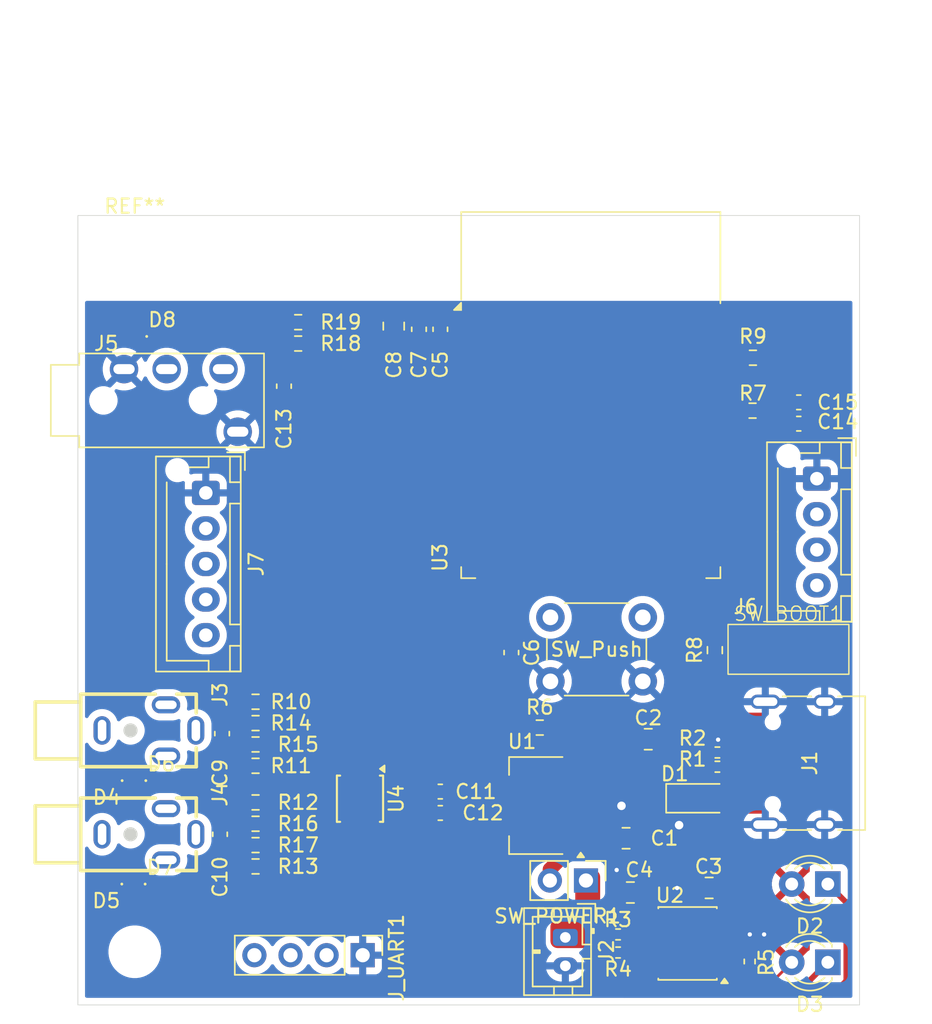
<source format=kicad_pcb>
(kicad_pcb (version 20241229) (generator "pcbnew") (generator_version "9.0")
  (title_block (title "MeatReader") (date "2026-01-17") (rev "B") (comment 1 "55x95mm Max Enclosure") (comment 2 "1.9\" Center to Center Screw holes"))
  (layers (0 "F.Cu" signal) (2 "B.Cu" signal) (13 "F.Paste" user) (15 "B.Paste" user) (5 "F.SilkS" user "F.Silkscreen") (7 "B.SilkS" user "B.Silkscreen") (1 "F.Mask" user) (3 "B.Mask" user) (25 "Edge.Cuts" user))
  (net 0 "")
  (net 1 "GND")
  (net 2 "+3V3")
  (net 3 "/ESP32 Core/ESP_EN")
  (net 4 "/Sensors ADC/PROBE1_P")
  (net 5 "/Sensors ADC/PROBE1_N")
  (net 6 "/Sensors ADC/PROBE2_P")
  (net 7 "/Sensors ADC/PROBE2_N")
  (net 8 "Net-(J1-CC2)")
  (net 9 "Net-(J1-CC1)")
  (net 10 "I2C_SDA")
  (net 11 "I2C_SCL")
  (net 12 "ENC_A")
  (net 13 "ENC_BTN")
  (net 14 "ENC_B")
  (net 15 "/ESP32 Core/ESP_TX")
  (net 16 "/ESP32 Core/ESP_RX")
  (net 17 "/ESP32 Core/BOOT")
  (net 18 "/Sensors ADC/AIN0")
  (net 19 "/Sensors ADC/AIN1")
  (net 20 "/Sensors ADC/AIN2")
  (net 21 "/Sensors ADC/AIN3")
  (net 22 "CALIB_DATA")
  (net 37 "ADC_ALERT")
  (net 47 "Net-(D2-K)")
  (net 48 "Net-(D3-K)")
  (net 49 "Net-(D8-A2)")
  (net 50 "Net-(U2-PROG)")
  (net 51 "/Power/BAT_SYS")
  (net 52 "/Power/5V_USB")
  (net 53 "/Power/BAT")
  (net 54 "/Power/STDBY_LED")
  (net 55 "/Power/CHARGE_LED")
  (footprint "Capacitor_SMD:C_0603_1608Metric" (layer "F.Cu") (at 125.5 106.5)
    (property "Reference" "C12" (at 3 0 0) (layer "F.SilkS"))
    (property "Value" "1uF")
    (pad "1" smd roundrect (at -0.775 0) (size 0.9 0.95) (layers "F.Cu" "F.Mask" "F.Paste") (net 2 "+3V3"))
    (pad "2" smd roundrect (at 0.775 0) (size 0.9 0.95) (layers "F.Cu" "F.Mask" "F.Paste") (net 1 "GND"))
  )
  (footprint "Capacitor_SMD:C_0805_2012Metric" (layer "F.Cu") (at 122.224562 72.27661 90)
    (property "Reference" "C8" (at -2.72339 0.01 90) (layer "F.SilkS"))
    (property "Value" "47uF")
    (pad "1" smd roundrect (at -0.95 0 90) (size 1 1.45) (layers "F.Cu" "F.Mask" "F.Paste") (net 2 "+3V3"))
    (pad "2" smd roundrect (at 0.95 0 90) (size 1 1.45) (layers "F.Cu" "F.Mask" "F.Paste") (net 1 "GND"))
  )
  (footprint "Resistor_SMD:R_0402_1005Metric" (layer "F.Cu") (at 138.00967 115.04 180)
    (property "Reference" "R3" (at 0.00967 1.034327 0) (layer "F.SilkS"))
    (property "Value" "1K")
    (pad "1" smd roundrect (at -0.51 0 180) (size 0.54 0.64) (layers "F.Cu" "F.Mask" "F.Paste") (net 54 "/Power/STDBY_LED"))
    (pad "2" smd roundrect (at 0.51 0 180) (size 0.54 0.64) (layers "F.Cu" "F.Mask" "F.Paste") (net 47 "Net-(D2-K)"))
  )
  (footprint "Package_SO:SOIC-8-1EP_3.9x4.9mm_P1.27mm_EP2.41x3.3mm" (layer "F.Cu") (at 142.9 115.675 180)
    (property "Reference" "U2" (at 1.240117 3.385103 180) (layer "F.SilkS"))
    (property "Value" "TP4056-42-ESOP8")
    (pad "1" smd roundrect (at -2.475 -1.905 180) (size 1.95 0.6) (layers "F.Cu" "F.Mask" "F.Paste") (net 1 "GND"))
    (pad "2" smd roundrect (at -2.475 -0.635 180) (size 1.95 0.6) (layers "F.Cu" "F.Mask" "F.Paste") (net 50 "Net-(U2-PROG)"))
    (pad "3" smd roundrect (at -2.475 0.635 180) (size 1.95 0.6) (layers "F.Cu" "F.Mask" "F.Paste") (net 1 "GND"))
    (pad "4" smd roundrect (at -2.475 1.905 180) (size 1.95 0.6) (layers "F.Cu" "F.Mask" "F.Paste") (net 52 "/Power/5V_USB"))
    (pad "5" smd roundrect (at 2.475 1.905 180) (size 1.95 0.6) (layers "F.Cu" "F.Mask" "F.Paste") (net 53 "/Power/BAT"))
    (pad "6" smd roundrect (at 2.475 0.635 180) (size 1.95 0.6) (layers "F.Cu" "F.Mask" "F.Paste") (net 54 "/Power/STDBY_LED"))
    (pad "7" smd roundrect (at 2.475 -0.635 180) (size 1.95 0.6) (layers "F.Cu" "F.Mask" "F.Paste") (net 55 "/Power/CHARGE_LED"))
    (pad "8" smd roundrect (at 2.475 -1.905 180) (size 1.95 0.6) (layers "F.Cu" "F.Mask" "F.Paste") (net 52 "/Power/5V_USB"))
    (pad "9" smd rect (at 0 0 180) (size 2.41 3.3) (property pad_prop_heatsink) (layers "F.Cu" "F.Mask") (net 1 "GND"))
  )
  (footprint "MountingHole:MountingHole_3.2mm_M3" (layer "F.Cu") (at 104 116.26)
    (property "Reference" "REF**" (hide yes))
    (property "Value" "MountingHole_3.2mm_M3")
    (pad "" np_thru_hole circle (at 0 0) (size 3.2 3.2) (drill 3.2) (layers "*.Cu" "*.Mask"))
  )
  (footprint "Connector_USB:USB_C_Receptacle_HRO_TYPE-C-31-M-12" (layer "F.Cu") (at 151.5 103 90)
    (property "Reference" "J1" (at 0 0 90) (layer "F.SilkS"))
    (property "Value" "USB_C_Receptacle_PowerOnly_6P")
    (pad "" np_thru_hole circle (at -2.89 -2.6 90) (size 0.65 0.65) (drill 0.65) (layers "*.Cu" "*.Mask"))
    (pad "" np_thru_hole circle (at 2.89 -2.6 90) (size 0.65 0.65) (drill 0.65) (layers "*.Cu" "*.Mask"))
    (pad "A5" smd rect (at -1.25 -4.045 90) (size 0.3 1.45) (layers "F.Cu" "F.Mask" "F.Paste") (net 9 "Net-(J1-CC1)"))
    (pad "A6" smd rect (at -0.25 -4.045 90) (size 0.3 1.45) (layers "F.Cu" "F.Mask" "F.Paste"))
    (pad "A7" smd rect (at 0.25 -4.045 90) (size 0.3 1.45) (layers "F.Cu" "F.Mask" "F.Paste"))
    (pad "A8" smd rect (at 1.25 -4.045 90) (size 0.3 1.45) (layers "F.Cu" "F.Mask" "F.Paste"))
    (pad "A9" smd rect (at 2.45 -4.045 90) (size 0.6 1.45) (layers "F.Cu" "F.Mask" "F.Paste") (net 52 "/Power/5V_USB") (clearance 0.15))
    (pad "A12" smd rect (at 3.25 -4.045 90) (size 0.6 1.45) (layers "F.Cu" "F.Mask" "F.Paste") (net 1 "GND"))
    (pad "B5" smd rect (at 1.75 -4.045 90) (size 0.3 1.45) (layers "F.Cu" "F.Mask" "F.Paste") (net 8 "Net-(J1-CC2)"))
    (pad "B6" smd rect (at 0.75 -4.045 90) (size 0.3 1.45) (layers "F.Cu" "F.Mask" "F.Paste"))
    (pad "B7" smd rect (at -0.75 -4.045 90) (size 0.3 1.45) (layers "F.Cu" "F.Mask" "F.Paste"))
    (pad "B8" smd rect (at -1.75 -4.045 90) (size 0.3 1.45) (layers "F.Cu" "F.Mask" "F.Paste"))
    (pad "B9" smd rect (at -2.45 -4.045 90) (size 0.6 1.45) (layers "F.Cu" "F.Mask" "F.Paste") (net 52 "/Power/5V_USB"))
    (pad "B12" smd rect (at -3.25 -4.045 90) (size 0.6 1.45) (layers "F.Cu" "F.Mask" "F.Paste") (net 1 "GND"))
    (pad "S1" thru_hole oval (at -4.32 -3.13 90) (size 1 2.1) (drill oval 0.6 1.7) (property pad_prop_heatsink) (layers "*.Cu" "*.Mask") (net 1 "GND"))
    (pad "S1" thru_hole oval (at -4.32 1.05 90) (size 1 1.6) (drill oval 0.6 1.2) (property pad_prop_heatsink) (layers "*.Cu" "*.Mask") (net 1 "GND"))
    (pad "S1" thru_hole oval (at 4.32 -3.13 90) (size 1 2.1) (drill oval 0.6 1.7) (property pad_prop_heatsink) (layers "*.Cu" "*.Mask") (net 1 "GND"))
    (pad "S1" thru_hole oval (at 4.32 1.05 90) (size 1 1.6) (drill oval 0.6 1.2) (property pad_prop_heatsink) (layers "*.Cu" "*.Mask") (net 1 "GND"))
  )
  (footprint "Resistor_SMD:R_0603_1608Metric" (layer "F.Cu") (at 112.5 107.259858)
    (property "Reference" "R16" (at 3 0 0) (layer "F.SilkS"))
    (property "Value" "100R")
    (pad "1" smd roundrect (at -0.825 0) (size 0.8 0.95) (layers "F.Cu" "F.Mask" "F.Paste") (net 6 "/Sensors ADC/PROBE2_P"))
    (pad "2" smd roundrect (at 0.825 0) (size 0.8 0.95) (layers "F.Cu" "F.Mask" "F.Paste") (net 20 "/Sensors ADC/AIN2"))
  )
  (footprint "Capacitor_SMD:C_0805_2012Metric" (layer "F.Cu") (at 144.417897 111.771255 180)
    (property "Reference" "C3" (at 0.036334 1.49844 180) (layer "F.SilkS"))
    (property "Value" "10uF")
    (pad "1" smd roundrect (at -0.95 0 180) (size 1 1.45) (layers "F.Cu" "F.Mask" "F.Paste") (net 52 "/Power/5V_USB"))
    (pad "2" smd roundrect (at 0.95 0 180) (size 1 1.45) (layers "F.Cu" "F.Mask" "F.Paste") (net 1 "GND"))
  )
  (footprint "Connector_Audio:Jack_2.5MM_PJ210B_TS" (layer "F.Cu") (at 105 100.7 -90)
    (property "Reference" "J3" (at -2.515067 -5 90) (layer "F.SilkS"))
    (property "Value" "2.5MM TS_Jack")
    (fp_poly (pts (xy 0.495722 1.234737) (xy 0.46194 1.108658) (xy 0.396677 0.995619) (xy 0.304381 0.903323) (xy 0.191342 0.83806) (xy 0.065263 0.804278) (xy -0.065263 0.804278) (xy -0.191342 0.83806) (xy -0.304381 0.903323) (xy -0.396677 0.995619) (xy -0.46194 1.108658) (xy -0.495722 1.234737) (xy -0.495722 1.365263) (xy -0.46194 1.491342) (xy -0.396677 1.604381) (xy -0.304381 1.696677) (xy -0.191342 1.76194) (xy -0.065263 1.795722) (xy 0.065263 1.795722) (xy 0.191342 1.76194) (xy 0.304381 1.696677) (xy 0.396677 1.604381) (xy 0.46194 1.491342) (xy 0.495722 1.365263)) (fill yes) (layer "Edge.Cuts"))
    (pad "S" thru_hole oval (at 0 -3.3) (size 1.2 2) (drill oval 0.6 1.5) (layers "*.Cu" "*.Mask") (net 5 "/Sensors ADC/PROBE1_N"))
    (pad "S" thru_hole oval (at 0 3.3) (size 1.2 2) (drill oval 0.6 1.5) (layers "*.Cu" "*.Mask") (net 5 "/Sensors ADC/PROBE1_N"))
    (pad "T" thru_hole oval (at -1.8 -1.2 270) (size 1.2 2) (drill oval 0.6 1.5) (layers "*.Cu" "*.Mask") (net 4 "/Sensors ADC/PROBE1_P"))
    (pad "T" thru_hole oval (at 1.8 -1.2 270) (size 1.2 2) (drill oval 0.6 1.5) (layers "*.Cu" "*.Mask") (net 4 "/Sensors ADC/PROBE1_P"))
  )
  (footprint "Resistor_SMD:R_0603_1608Metric" (layer "F.Cu") (at 112.5 105.759858 180)
    (property "Reference" "R12" (at -3 0 0) (layer "F.SilkS"))
    (property "Value" "100K")
    (pad "1" smd roundrect (at -0.825 0 180) (size 0.8 0.95) (layers "F.Cu" "F.Mask" "F.Paste") (net 2 "+3V3"))
    (pad "2" smd roundrect (at 0.825 0 180) (size 0.8 0.95) (layers "F.Cu" "F.Mask" "F.Paste") (net 6 "/Sensors ADC/PROBE2_P"))
  )
  (footprint "Resistor_SMD:R_0402_1005Metric" (layer "F.Cu") (at 145 102.25 180)
    (property "Reference" "R2" (at 1.75 1 180) (layer "F.SilkS"))
    (property "Value" "5K1")
    (pad "1" smd roundrect (at -0.51 0 180) (size 0.54 0.64) (layers "F.Cu" "F.Mask" "F.Paste") (net 8 "Net-(J1-CC2)"))
    (pad "2" smd roundrect (at 0.51 0 180) (size 0.54 0.64) (layers "F.Cu" "F.Mask" "F.Paste") (net 1 "GND"))
  )
  (footprint "Connector_PinHeader_2.54mm:PinHeader_1x04_P2.54mm_Vertical" (layer "F.Cu") (at 120.04 116.5 -90)
    (property "Reference" "J_UART1" (at 0.1825 -2.38 90) (layer "F.SilkS"))
    (property "Value" "Conn_01x04")
    (pad "1" thru_hole rect (at 0 0 270) (size 1.7 1.7) (drill 1) (layers "*.Cu" "*.Mask") (net 1 "GND"))
    (pad "2" thru_hole circle (at 0 2.54 270) (size 1.7 1.7) (drill 1) (layers "*.Cu" "*.Mask") (net 16 "/ESP32 Core/ESP_RX"))
    (pad "3" thru_hole circle (at 0 5.08 270) (size 1.7 1.7) (drill 1) (layers "*.Cu" "*.Mask") (net 15 "/ESP32 Core/ESP_TX"))
    (pad "4" thru_hole circle (at 0 7.62 270) (size 1.7 1.7) (drill 1) (layers "*.Cu" "*.Mask") (net 2 "+3V3"))
  )
  (footprint "Resistor_SMD:R_0603_1608Metric" (layer "F.Cu") (at 147.5 74.5 180)
    (property "Reference" "R9" (at 0 1.5 0) (layer "F.SilkS"))
    (property "Value" "4K7")
    (pad "1" smd roundrect (at -0.825 0 180) (size 0.8 0.95) (layers "F.Cu" "F.Mask" "F.Paste") (net 2 "+3V3"))
    (pad "2" smd roundrect (at 0.825 0 180) (size 0.8 0.95) (layers "F.Cu" "F.Mask" "F.Paste") (net 11 "I2C_SCL"))
  )
  (footprint "Resistor_SMD:R_0603_1608Metric" (layer "F.Cu") (at 112.5 100.184933)
    (property "Reference" "R14" (at 2.5 0 0) (layer "F.SilkS"))
    (property "Value" "100R")
    (pad "1" smd roundrect (at -0.825 0) (size 0.8 0.95) (layers "F.Cu" "F.Mask" "F.Paste") (net 4 "/Sensors ADC/PROBE1_P"))
    (pad "2" smd roundrect (at 0.825 0) (size 0.8 0.95) (layers "F.Cu" "F.Mask" "F.Paste") (net 18 "/Sensors ADC/AIN0"))
  )
  (footprint "RF_Module:ESP32-WROOM-32_NoThermals" (layer "F.Cu") (at 136.09 80.115)
    (property "Reference" "U3" (at -10.61 8.43 90) (layer "F.SilkS"))
    (property "Value" "ESP32-WROOM-32")
    (pad "1" smd rect (at -8.75 -8.25) (size 1.5 0.9) (layers "F.Cu" "F.Mask" "F.Paste") (net 1 "GND"))
    (pad "2" smd rect (at -8.75 -6.98) (size 1.5 0.9) (layers "F.Cu" "F.Mask" "F.Paste") (net 2 "+3V3"))
    (pad "3" smd rect (at -8.75 -5.71) (size 1.5 0.9) (layers "F.Cu" "F.Mask" "F.Paste") (net 3 "/ESP32 Core/ESP_EN"))
    (pad "4" smd rect (at -8.75 -4.44) (size 1.5 0.9) (layers "F.Cu" "F.Mask" "F.Paste"))
    (pad "5" smd rect (at -8.75 -3.17) (size 1.5 0.9) (layers "F.Cu" "F.Mask" "F.Paste"))
    (pad "6" smd rect (at -8.75 -1.9) (size 1.5 0.9) (layers "F.Cu" "F.Mask" "F.Paste"))
    (pad "7" smd rect (at -8.75 -0.63) (size 1.5 0.9) (layers "F.Cu" "F.Mask" "F.Paste"))
    (pad "8" smd rect (at -8.75 0.64) (size 1.5 0.9) (layers "F.Cu" "F.Mask" "F.Paste") (net 12 "ENC_A"))
    (pad "9" smd rect (at -8.75 1.91) (size 1.5 0.9) (layers "F.Cu" "F.Mask" "F.Paste") (net 14 "ENC_B"))
    (pad "10" smd rect (at -8.75 3.18) (size 1.5 0.9) (layers "F.Cu" "F.Mask" "F.Paste") (net 13 "ENC_BTN"))
    (pad "11" smd rect (at -8.75 4.45) (size 1.5 0.9) (layers "F.Cu" "F.Mask" "F.Paste") (net 37 "ADC_ALERT"))
    (pad "12" smd rect (at -8.75 5.72) (size 1.5 0.9) (layers "F.Cu" "F.Mask" "F.Paste") (net 22 "CALIB_DATA"))
    (pad "13" smd rect (at -8.75 6.99) (size 1.5 0.9) (layers "F.Cu" "F.Mask" "F.Paste"))
    (pad "14" smd rect (at -8.75 8.26) (size 1.5 0.9) (layers "F.Cu" "F.Mask" "F.Paste"))
    (pad "15" smd rect (at -5.71 9.51 90) (size 1.5 0.9) (layers "F.Cu" "F.Mask" "F.Paste") (net 1 "GND"))
    (pad "16" smd rect (at -4.44 9.51 90) (size 1.5 0.9) (layers "F.Cu" "F.Mask" "F.Paste"))
    (pad "17" smd rect (at -3.17 9.51 90) (size 1.5 0.9) (layers "F.Cu" "F.Mask" "F.Paste"))
    (pad "18" smd rect (at -1.9 9.51 90) (size 1.5 0.9) (layers "F.Cu" "F.Mask" "F.Paste"))
    (pad "19" smd rect (at -0.63 9.51 90) (size 1.5 0.9) (layers "F.Cu" "F.Mask" "F.Paste"))
    (pad "20" smd rect (at 0.64 9.51 90) (size 1.5 0.9) (layers "F.Cu" "F.Mask" "F.Paste"))
    (pad "21" smd rect (at 1.91 9.51 90) (size 1.5 0.9) (layers "F.Cu" "F.Mask" "F.Paste"))
    (pad "22" smd rect (at 3.18 9.51 90) (size 1.5 0.9) (layers "F.Cu" "F.Mask" "F.Paste"))
    (pad "23" smd rect (at 4.45 9.51 90) (size 1.5 0.9) (layers "F.Cu" "F.Mask" "F.Paste"))
    (pad "24" smd rect (at 5.72 9.51 90) (size 1.5 0.9) (layers "F.Cu" "F.Mask" "F.Paste"))
    (pad "25" smd rect (at 8.75 8.26) (size 1.5 0.9) (layers "F.Cu" "F.Mask" "F.Paste") (net 17 "/ESP32 Core/BOOT"))
    (pad "26" smd rect (at 8.75 6.99) (size 1.5 0.9) (layers "F.Cu" "F.Mask" "F.Paste"))
    (pad "27" smd rect (at 8.75 5.72) (size 1.5 0.9) (layers "F.Cu" "F.Mask" "F.Paste"))
    (pad "28" smd rect (at 8.75 4.45) (size 1.5 0.9) (layers "F.Cu" "F.Mask" "F.Paste"))
    (pad "29" smd rect (at 8.75 3.18) (size 1.5 0.9) (layers "F.Cu" "F.Mask" "F.Paste"))
    (pad "30" smd rect (at 8.75 1.91) (size 1.5 0.9) (layers "F.Cu" "F.Mask" "F.Paste"))
    (pad "31" smd rect (at 8.75 0.64) (size 1.5 0.9) (layers "F.Cu" "F.Mask" "F.Paste"))
    (pad "32" smd rect (at 8.75 -0.63) (size 1.5 0.9) (layers "F.Cu" "F.Mask" "F.Paste"))
    (pad "33" smd rect (at 8.75 -1.9) (size 1.5 0.9) (layers "F.Cu" "F.Mask" "F.Paste") (net 10 "I2C_SDA"))
    (pad "34" smd rect (at 8.75 -3.17) (size 1.5 0.9) (layers "F.Cu" "F.Mask" "F.Paste") (net 16 "/ESP32 Core/ESP_RX"))
    (pad "35" smd rect (at 8.75 -4.44) (size 1.5 0.9) (layers "F.Cu" "F.Mask" "F.Paste") (net 15 "/ESP32 Core/ESP_TX"))
    (pad "36" smd rect (at 8.75 -5.71) (size 1.5 0.9) (layers "F.Cu" "F.Mask" "F.Paste") (net 11 "I2C_SCL"))
    (pad "37" smd rect (at 8.75 -6.98) (size 1.5 0.9) (layers "F.Cu" "F.Mask" "F.Paste"))
    (pad "38" smd rect (at 8.75 -8.25) (size 1.5 0.9) (layers "F.Cu" "F.Mask" "F.Paste") (net 1 "GND"))
    (pad "39" smd rect (at -2.205 -2.435) (size 1.05 1.05) (layers "F.Cu" "F.Paste") (net 1 "GND"))
    (pad "39" smd rect (at -2.205 -0.91) (size 1.05 1.05) (layers "F.Cu" "F.Paste") (net 1 "GND"))
    (pad "39" smd rect (at -2.205 0.615) (size 1.05 1.05) (layers "F.Cu" "F.Paste") (net 1 "GND"))
    (pad "39" smd rect (at -0.68 -2.435) (size 1.05 1.05) (layers "F.Cu" "F.Paste") (net 1 "GND"))
    (pad "39" smd rect (at -0.68 -0.91) (size 1.05 1.05) (layers "F.Cu" "F.Paste") (net 1 "GND"))
    (pad "39" smd rect (at -0.68 -0.91) (size 4.2 4.2) (property pad_prop_heatsink) (layers "F.Cu" "F.Mask") (net 1 "GND"))
    (pad "39" smd rect (at -0.68 0.615) (size 1.05 1.05) (layers "F.Cu" "F.Paste") (net 1 "GND"))
    (pad "39" smd rect (at 0.845 -2.435) (size 1.05 1.05) (layers "F.Cu" "F.Paste") (net 1 "GND"))
    (pad "39" smd rect (at 0.845 -0.91) (size 1.05 1.05) (layers "F.Cu" "F.Paste") (net 1 "GND"))
    (pad "39" smd rect (at 0.845 0.615) (size 1.05 1.05) (layers "F.Cu" "F.Paste") (net 1 "GND"))
    (zone (net 0) (net_name "") (layers "F.Cu" "B.Cu") (connect_pads (clearance 0)) (min_thickness 0.254)
      (keepout (tracks not_allowed) (vias not_allowed) (pads not_allowed) (copperpour not_allowed) (footprints not_allowed))
      (fill (thermal_gap 0.508) (thermal_bridge_width 0.508))
      (polygon (pts (xy 112.09 70.315) (xy 160.09 70.315) (xy 160.09 49.375) (xy 112.09 49.375)))
    )
  )
  (footprint "Connector_JST:JST_XH_B5B-XH-AM_1x05_P2.50mm_Vertical" (layer "F.Cu") (at 109 84 -90)
    (property "Reference" "J7" (at 5 -3.55 90) (layer "F.SilkS"))
    (property "Value" "ENC_CONN")
    (pad "" np_thru_hole circle (at -1.6 2 270) (size 1.2 1.2) (drill 1.2) (layers "*.Cu" "*.Mask"))
    (pad "1" thru_hole roundrect (at 0 0 270) (size 1.7 1.95) (drill 0.95) (layers "*.Cu" "*.Mask") (roundrect_rratio 0.147059) (net 1 "GND"))
    (pad "2" thru_hole oval (at 2.5 0 270) (size 1.7 1.95) (drill 0.95) (layers "*.Cu" "*.Mask") (net 2 "+3V3"))
    (pad "3" thru_hole oval (at 5 0 270) (size 1.7 1.95) (drill 0.95) (layers "*.Cu" "*.Mask") (net 12 "ENC_A"))
    (pad "4" thru_hole oval (at 7.5 0 270) (size 1.7 1.95) (drill 0.95) (layers "*.Cu" "*.Mask") (net 14 "ENC_B"))
    (pad "5" thru_hole oval (at 10 0 270) (size 1.7 1.95) (drill 0.95) (layers "*.Cu" "*.Mask") (net 13 "ENC_BTN"))
  )
  (footprint "Capacitor_SMD:C_0805_2012Metric" (layer "F.Cu") (at 140.135052 101.317121 180)
    (property "Reference" "C2" (at 0 1.5 0) (layer "F.SilkS"))
    (property "Value" "10uF")
    (pad "1" smd roundrect (at -0.95 0 180) (size 1 1.45) (layers "F.Cu" "F.Mask" "F.Paste") (net 2 "+3V3"))
    (pad "2" smd roundrect (at 0.95 0 180) (size 1 1.45) (layers "F.Cu" "F.Mask" "F.Paste") (net 1 "GND"))
  )
  (footprint "Capacitor_SMD:C_0805_2012Metric" (layer "F.Cu") (at 138.876312 112.093486 180)
    (property "Reference" "C4" (at -0.623688 1.593486 180) (layer "F.SilkS"))
    (property "Value" "10uF")
    (pad "1" smd roundrect (at -0.95 0 180) (size 1 1.45) (layers "F.Cu" "F.Mask" "F.Paste") (net 53 "/Power/BAT"))
    (pad "2" smd roundrect (at 0.95 0 180) (size 1 1.45) (layers "F.Cu" "F.Mask" "F.Paste") (net 1 "GND"))
  )
  (footprint "Resistor_SMD:R_0603_1608Metric" (layer "F.Cu") (at 132.5 100.5)
    (property "Reference" "R6" (at 0 -1.43 0) (layer "F.SilkS"))
    (property "Value" "10K")
    (pad "1" smd roundrect (at -0.825 0) (size 0.8 0.95) (layers "F.Cu" "F.Mask" "F.Paste") (net 2 "+3V3"))
    (pad "2" smd roundrect (at 0.825 0) (size 0.8 0.95) (layers "F.Cu" "F.Mask" "F.Paste") (net 3 "/ESP32 Core/ESP_EN"))
  )
  (footprint "Capacitor_SMD:C_0603_1608Metric" (layer "F.Cu") (at 150.725 77.634895)
    (property "Reference" "C15" (at 2.747501 0 0) (layer "F.SilkS"))
    (property "Value" "0.1uF")
    (pad "1" smd roundrect (at -0.775 0) (size 0.9 0.95) (layers "F.Cu" "F.Mask" "F.Paste") (net 2 "+3V3"))
    (pad "2" smd roundrect (at 0.775 0) (size 0.9 0.95) (layers "F.Cu" "F.Mask" "F.Paste") (net 1 "GND"))
  )
  (footprint "Connector_Audio:PJ-320A_TRS" (layer "F.Cu") (at 98.095 75.3)
    (property "Reference" "J5" (at 3.905 -1.8 0) (layer "F.SilkS"))
    (property "Value" "AudioJack3")
    (pad "" np_thru_hole circle (at 3.7 2.2) (size 1.5 1.5) (drill 1.5) (layers "*.Cu"))
    (pad "" np_thru_hole circle (at 10.7 2.2) (size 1.5 1.5) (drill 1.5) (layers "*.Cu"))
    (pad "R" thru_hole circle (at 8.15 0) (size 2 2) (drill oval 1.5 0.7) (layers "*.Cu" "*.Mask") (net 49 "Net-(D8-A2)"))
    (pad "S" thru_hole circle (at 5.15 0) (size 2 2) (drill oval 1.5 0.7) (layers "*.Cu" "*.Mask") (net 1 "GND"))
    (pad "S" thru_hole circle (at 13.15 4.4) (size 2 2) (drill oval 1.5 0.7) (layers "*.Cu" "*.Mask") (net 1 "GND"))
    (pad "T" thru_hole circle (at 12.15 0) (size 2 2) (drill oval 1.5 0.7) (layers "*.Cu" "*.Mask") (net 2 "+3V3"))
  )
  (footprint "Diode_SMD:D_0402_1005Metric" (layer "F.Cu") (at 102.021834 104.228165 180)
    (property "Reference" "D4" (at 0 -1.17 180) (layer "F.SilkS"))
    (property "Value" "D_ESD_SIG")
    (pad "1" smd roundrect (at -0.485 0 180) (size 0.59 0.64) (layers "F.Cu" "F.Mask" "F.Paste") (net 1 "GND"))
    (pad "2" smd roundrect (at 0.485 0 180) (size 0.59 0.64) (layers "F.Cu" "F.Mask" "F.Paste") (net 5 "/Sensors ADC/PROBE1_N"))
  )
  (footprint "Connector_PinHeader_2.54mm:PinHeader_1x02_P2.54mm_Vertical" (layer "F.Cu") (at 135.75 111.25 -90)
    (property "Reference" "SW_POWER1" (at 2.5 2 0) (layer "F.SilkS"))
    (property "Value" "SPST" (hide yes))
    (pad "1" thru_hole rect (at 0 0 270) (size 1.7 1.7) (drill 1) (layers "*.Cu" "*.Mask") (net 53 "/Power/BAT"))
    (pad "2" thru_hole circle (at 0 2.54 270) (size 1.7 1.7) (drill 1) (layers "*.Cu" "*.Mask") (net 51 "/Power/BAT_SYS"))
  )
  (footprint "Diode_SMD:D_0402_1005Metric" (layer "F.Cu") (at 105.82 111.5)
    (property "Reference" "D7" (at 0 -1.17 0) (layer "F.SilkS"))
    (property "Value" "D_ESD_SIG")
    (pad "1" smd roundrect (at -0.485 0) (size 0.59 0.64) (layers "F.Cu" "F.Mask" "F.Paste") (net 1 "GND"))
    (pad "2" smd roundrect (at 0.485 0) (size 0.59 0.64) (layers "F.Cu" "F.Mask" "F.Paste") (net 6 "/Sensors ADC/PROBE2_P"))
  )
  (footprint "Diode_SMD:D_0402_1005Metric" (layer "F.Cu") (at 105.868949 104.228165)
    (property "Reference" "D6" (at 0 -1.17 0) (layer "F.SilkS"))
    (property "Value" "D_ESD_SIG")
    (pad "1" smd roundrect (at -0.485 0) (size 0.59 0.64) (layers "F.Cu" "F.Mask" "F.Paste") (net 1 "GND"))
    (pad "2" smd roundrect (at 0.485 0) (size 0.59 0.64) (layers "F.Cu" "F.Mask" "F.Paste") (net 4 "/Sensors ADC/PROBE1_P"))
  )
  (footprint "Resistor_SMD:R_0402_1005Metric" (layer "F.Cu") (at 147.269952 116.944425 -90)
    (property "Reference" "R5" (at 0.055575 -1.17 270) (layer "F.SilkS"))
    (property "Value" "1K6")
    (pad "1" smd roundrect (at -0.51 0 270) (size 0.54 0.64) (layers "F.Cu" "F.Mask" "F.Paste") (net 50 "Net-(U2-PROG)"))
    (pad "2" smd roundrect (at 0.51 0 270) (size 0.54 0.64) (layers "F.Cu" "F.Mask" "F.Paste") (net 1 "GND"))
  )
  (footprint "Capacitor_SMD:C_0603_1608Metric" (layer "F.Cu") (at 125.5 105)
    (property "Reference" "C11" (at 2.5 0 0) (layer "F.SilkS"))
    (property "Value" "0.1uF")
    (pad "1" smd roundrect (at -0.775 0) (size 0.9 0.95) (layers "F.Cu" "F.Mask" "F.Paste") (net 2 "+3V3"))
    (pad "2" smd roundrect (at 0.775 0) (size 0.9 0.95) (layers "F.Cu" "F.Mask" "F.Paste") (net 1 "GND"))
  )
  (footprint "Capacitor_SMD:C_0603_1608Metric" (layer "F.Cu") (at 125.5 72.5 90)
    (property "Reference" "C5" (at -2.5 0 90) (layer "F.SilkS"))
    (property "Value" "0.1uF")
    (pad "1" smd roundrect (at -0.775 0 90) (size 0.9 0.95) (layers "F.Cu" "F.Mask" "F.Paste") (net 2 "+3V3"))
    (pad "2" smd roundrect (at 0.775 0 90) (size 0.9 0.95) (layers "F.Cu" "F.Mask" "F.Paste") (net 1 "GND"))
  )
  (footprint "Resistor_SMD:R_0603_1608Metric" (layer "F.Cu") (at 115.5 73.5)
    (property "Reference" "R18" (at 3 0 0) (layer "F.SilkS"))
    (property "Value" "100R")
    (pad "1" smd roundrect (at -0.825 0) (size 0.8 0.95) (layers "F.Cu" "F.Mask" "F.Paste") (net 49 "Net-(D8-A2)"))
    (pad "2" smd roundrect (at 0.825 0) (size 0.8 0.95) (layers "F.Cu" "F.Mask" "F.Paste") (net 22 "CALIB_DATA"))
  )
  (footprint "LED_THT:LED_D3.0mm" (layer "F.Cu") (at 152.77 117 180)
    (property "Reference" "D3" (at 1.27 -2.96 0) (layer "F.SilkS"))
    (property "Value" "LED_R")
    (pad "1" thru_hole rect (at 0 0 180) (size 1.8 1.8) (drill 0.9) (layers "*.Cu" "*.Mask") (net 48 "Net-(D3-K)"))
    (pad "2" thru_hole circle (at 2.54 0 180) (size 1.8 1.8) (drill 0.9) (layers "*.Cu" "*.Mask") (net 52 "/Power/5V_USB"))
  )
  (footprint "Package_SO:TSSOP-10_3x3mm_P0.5mm" (layer "F.Cu") (at 119.85 105.5 -90)
    (property "Reference" "U4" (at 0 -2.55 90) (layer "F.SilkS"))
    (property "Value" "ADS1115")
    (pad "1" smd rect (at -2.15 -1 270) (size 1.1 0.25) (layers "F.Cu" "F.Mask" "F.Paste") (net 1 "GND"))
    (pad "2" smd rect (at -2.15 -0.5 270) (size 1.1 0.25) (layers "F.Cu" "F.Mask" "F.Paste") (net 37 "ADC_ALERT"))
    (pad "3" smd rect (at -2.15 0 270) (size 1.1 0.25) (layers "F.Cu" "F.Mask" "F.Paste") (net 1 "GND"))
    (pad "4" smd rect (at -2.15 0.5 270) (size 1.1 0.25) (layers "F.Cu" "F.Mask" "F.Paste") (net 18 "/Sensors ADC/AIN0"))
    (pad "5" smd rect (at -2.15 1 270) (size 1.1 0.25) (layers "F.Cu" "F.Mask" "F.Paste") (net 19 "/Sensors ADC/AIN1"))
    (pad "6" smd rect (at 2.15 1 270) (size 1.1 0.25) (layers "F.Cu" "F.Mask" "F.Paste") (net 20 "/Sensors ADC/AIN2"))
    (pad "7" smd rect (at 2.15 0.5 270) (size 1.1 0.25) (layers "F.Cu" "F.Mask" "F.Paste") (net 21 "/Sensors ADC/AIN3"))
    (pad "8" smd rect (at 2.15 0 270) (size 1.1 0.25) (layers "F.Cu" "F.Mask" "F.Paste") (net 2 "+3V3"))
    (pad "9" smd rect (at 2.15 -0.5 270) (size 1.1 0.25) (layers "F.Cu" "F.Mask" "F.Paste") (net 10 "I2C_SDA"))
    (pad "10" smd rect (at 2.15 -1 270) (size 1.1 0.25) (layers "F.Cu" "F.Mask" "F.Paste") (net 11 "I2C_SCL"))
  )
  (footprint "Button_Switch_THT:SW_PUSH_6mm" (layer "F.Cu") (at 139.75 97.25 180)
    (property "Reference" "SW_RESET1")
    (property "Value" "SW_Push" (at 3.25 2.25 0) (layer "F.SilkS"))
    (pad "1" thru_hole circle (at 0 0 270) (size 2 2) (drill 1.1) (layers "*.Cu" "*.Mask") (net 1 "GND"))
    (pad "1" thru_hole circle (at 6.5 0 270) (size 2 2) (drill 1.1) (layers "*.Cu" "*.Mask") (net 1 "GND"))
    (pad "2" thru_hole circle (at 0 4.5 270) (size 2 2) (drill 1.1) (layers "*.Cu" "*.Mask") (net 3 "/ESP32 Core/ESP_EN"))
    (pad "2" thru_hole circle (at 6.5 4.5 270) (size 2 2) (drill 1.1) (layers "*.Cu" "*.Mask") (net 3 "/ESP32 Core/ESP_EN"))
  )
  (footprint "Resistor_SMD:R_0603_1608Metric" (layer "F.Cu") (at 144.821164 95.055663 90)
    (property "Reference" "R8" (at 0 -1.43 90) (layer "F.SilkS"))
    (property "Value" "10K")
    (pad "1" smd roundrect (at -0.825 0 90) (size 0.8 0.95) (layers "F.Cu" "F.Mask" "F.Paste") (net 2 "+3V3"))
    (pad "2" smd roundrect (at 0.825 0 90) (size 0.8 0.95) (layers "F.Cu" "F.Mask" "F.Paste") (net 17 "/ESP32 Core/BOOT"))
  )
  (footprint "Connector_JST:JST_XH_B4B-XH-AM_1x04_P2.50mm_Vertical" (layer "F.Cu") (at 152 83 -90)
    (property "Reference" "J6" (at 9 5 180) (layer "F.SilkS"))
    (property "Value" "OLED_CONN")
    (pad "" np_thru_hole circle (at -1.6 2 270) (size 1.2 1.2) (drill 1.2) (layers "*.Cu" "*.Mask"))
    (pad "1" thru_hole roundrect (at 0 0 270) (size 1.7 1.95) (drill 0.95) (layers "*.Cu" "*.Mask") (roundrect_rratio 0.147059) (net 1 "GND"))
    (pad "2" thru_hole oval (at 2.5 0 270) (size 1.7 1.95) (drill 0.95) (layers "*.Cu" "*.Mask") (net 2 "+3V3"))
    (pad "3" thru_hole oval (at 5 0 270) (size 1.7 1.95) (drill 0.95) (layers "*.Cu" "*.Mask") (net 11 "I2C_SCL"))
    (pad "4" thru_hole oval (at 7.5 0 270) (size 1.7 1.95) (drill 0.95) (layers "*.Cu" "*.Mask") (net 10 "I2C_SDA"))
  )
  (footprint "LED_THT:LED_D3.0mm" (layer "F.Cu") (at 152.77 111.5 180)
    (property "Reference" "D2" (at 1.27 -2.96 0) (layer "F.SilkS"))
    (property "Value" "LED_G")
    (pad "1" thru_hole rect (at 0 0 180) (size 1.8 1.8) (drill 0.9) (layers "*.Cu" "*.Mask") (net 47 "Net-(D2-K)"))
    (pad "2" thru_hole circle (at 2.54 0 180) (size 1.8 1.8) (drill 0.9) (layers "*.Cu" "*.Mask") (net 52 "/Power/5V_USB"))
  )
  (footprint "Resistor_SMD:R_0402_1005Metric" (layer "F.Cu") (at 138.00967 116.311821 180)
    (property "Reference" "R4" (at 0 -1.17 0) (layer "F.SilkS"))
    (property "Value" "1K")
    (pad "1" smd roundrect (at -0.51 0 180) (size 0.54 0.64) (layers "F.Cu" "F.Mask" "F.Paste") (net 55 "/Power/CHARGE_LED"))
    (pad "2" smd roundrect (at 0.51 0 180) (size 0.54 0.64) (layers "F.Cu" "F.Mask" "F.Paste") (net 48 "Net-(D3-K)"))
  )
  (footprint "Resistor_SMD:R_0603_1608Metric" (layer "F.Cu") (at 112.5 103.184933)
    (property "Reference" "R11" (at 2.5 0 0) (layer "F.SilkS"))
    (property "Value" "100K")
    (pad "1" smd roundrect (at -0.825 0) (size 0.8 0.95) (layers "F.Cu" "F.Mask" "F.Paste") (net 5 "/Sensors ADC/PROBE1_N"))
    (pad "2" smd roundrect (at 0.825 0) (size 0.8 0.95) (layers "F.Cu" "F.Mask" "F.Paste") (net 1 "GND"))
  )
  (footprint "Resistor_SMD:R_0603_1608Metric" (layer "F.Cu") (at 112.5 108.759858)
    (property "Reference" "R17" (at 3 0 0) (layer "F.SilkS"))
    (property "Value" "100R")
    (pad "1" smd roundrect (at -0.825 0) (size 0.8 0.95) (layers "F.Cu" "F.Mask" "F.Paste") (net 7 "/Sensors ADC/PROBE2_N"))
    (pad "2" smd roundrect (at 0.825 0) (size 0.8 0.95) (layers "F.Cu" "F.Mask" "F.Paste") (net 21 "/Sensors ADC/AIN3"))
  )
  (footprint "Connector_JST:JST_PH_B2B-PH-K_1x02_P2.00mm_Vertical" (layer "F.Cu") (at 134.3 115.25 -90)
    (property "Reference" "J2" (at 1 -2.9 90) (layer "F.SilkS"))
    (property "Value" "JST-PH-2")
    (pad "1" thru_hole roundrect (at 0 0 270) (size 1.2 1.75) (drill 0.75) (layers "*.Cu" "*.Mask") (roundrect_rratio 0.208333) (net 53 "/Power/BAT"))
    (pad "2" thru_hole oval (at 2 0 270) (size 1.2 1.75) (drill 0.75) (layers "*.Cu" "*.Mask") (net 1 "GND"))
  )
  (footprint "TestPoint:Test_01x02" (layer "F.Cu") (at 150 94.5 180)
    (property "Reference" "SW_BOOT1" (at 0 2 0) (layer "F.SilkS") (effects (font (thickness 0.1))))
    (property "Value" "SW_Push")
    (pad "1" smd roundrect (at -2.52375 -0.52375 180) (size 2.9525 3.0475) (layers "F.Cu" "F.Mask") (roundrect_rratio 0.15) (net 1 "GND"))
    (pad "2" smd roundrect (at 2.52375 -0.52375 180) (size 2.9525 3.0475) (layers "F.Cu" "F.Mask") (roundrect_rratio 0.15) (net 17 "/ESP32 Core/BOOT"))
  )
  (footprint "MountingHole:MountingHole_3.2mm_M3" (layer "F.Cu") (at 104 68)
    (property "Reference" "REF**" (at 0 -4.15 0) (layer "F.SilkS"))
    (property "Value" "MountingHole_3.2mm_M3")
    (pad "" np_thru_hole circle (at 0 0) (size 3.2 3.2) (drill 3.2) (layers "*.Cu" "*.Mask"))
  )
  (footprint "Diode_SMD:D_0402_1005Metric" (layer "F.Cu") (at 105.930764 73)
    (property "Reference" "D8" (at 0 -1.17 0) (layer "F.SilkS"))
    (property "Value" "H3V3L06B")
    (pad "1" smd roundrect (at -0.485 0) (size 0.59 0.64) (layers "F.Cu" "F.Mask" "F.Paste") (net 1 "GND"))
    (pad "2" smd roundrect (at 0.485 0) (size 0.59 0.64) (layers "F.Cu" "F.Mask" "F.Paste") (net 49 "Net-(D8-A2)"))
  )
  (footprint "Capacitor_SMD:C_0603_1608Metric" (layer "F.Cu") (at 130.5 95.225 -90)
    (property "Reference" "C6" (at 0 -1.43 90) (layer "F.SilkS"))
    (property "Value" "0.1uF")
    (pad "1" smd roundrect (at -0.775 0 270) (size 0.9 0.95) (layers "F.Cu" "F.Mask" "F.Paste") (net 3 "/ESP32 Core/ESP_EN"))
    (pad "2" smd roundrect (at 0.775 0 270) (size 0.9 0.95) (layers "F.Cu" "F.Mask" "F.Paste") (net 1 "GND"))
  )
  (footprint "Capacitor_SMD:C_0603_1608Metric" (layer "F.Cu") (at 110.144221 100.925334 -90)
    (property "Reference" "C9" (at 2.759599 0.144221 90) (layer "F.SilkS"))
    (property "Value" "10nF")
    (pad "1" smd roundrect (at -0.775 0 270) (size 0.9 0.95) (layers "F.Cu" "F.Mask" "F.Paste") (net 4 "/Sensors ADC/PROBE1_P"))
    (pad "2" smd roundrect (at 0.775 0 270) (size 0.9 0.95) (layers "F.Cu" "F.Mask" "F.Paste") (net 5 "/Sensors ADC/PROBE1_N"))
  )
  (footprint "Connector_Audio:Jack_2.5MM_PJ210B_TS" (layer "F.Cu") (at 105 108 -90)
    (property "Reference" "J4" (at -2.815067 -5 90) (layer "F.SilkS"))
    (property "Value" "2.5MM TS_Jack")
    (fp_poly (pts (xy 0.495722 1.234737) (xy 0.46194 1.108658) (xy 0.396677 0.995619) (xy 0.304381 0.903323) (xy 0.191342 0.83806) (xy 0.065263 0.804278) (xy -0.065263 0.804278) (xy -0.191342 0.83806) (xy -0.304381 0.903323) (xy -0.396677 0.995619) (xy -0.46194 1.108658) (xy -0.495722 1.234737) (xy -0.495722 1.365263) (xy -0.46194 1.491342) (xy -0.396677 1.604381) (xy -0.304381 1.696677) (xy -0.191342 1.76194) (xy -0.065263 1.795722) (xy 0.065263 1.795722) (xy 0.191342 1.76194) (xy 0.304381 1.696677) (xy 0.396677 1.604381) (xy 0.46194 1.491342) (xy 0.495722 1.365263)) (fill yes) (layer "Edge.Cuts"))
    (pad "S" thru_hole oval (at 0 -3.3) (size 1.2 2) (drill oval 0.6 1.5) (layers "*.Cu" "*.Mask") (net 7 "/Sensors ADC/PROBE2_N"))
    (pad "S" thru_hole oval (at 0 3.3) (size 1.2 2) (drill oval 0.6 1.5) (layers "*.Cu" "*.Mask") (net 7 "/Sensors ADC/PROBE2_N"))
    (pad "T" thru_hole oval (at -1.8 -1.2 270) (size 1.2 2) (drill oval 0.6 1.5) (layers "*.Cu" "*.Mask") (net 6 "/Sensors ADC/PROBE2_P"))
    (pad "T" thru_hole oval (at 1.8 -1.2 270) (size 1.2 2) (drill oval 0.6 1.5) (layers "*.Cu" "*.Mask") (net 6 "/Sensors ADC/PROBE2_P"))
  )
  (footprint "Resistor_SMD:R_0603_1608Metric" (layer "F.Cu") (at 112.5 98.684933)
    (property "Reference" "R10" (at 2.5 0 0) (layer "F.SilkS"))
    (property "Value" "100K")
    (pad "1" smd roundrect (at -0.825 0) (size 0.8 0.95) (layers "F.Cu" "F.Mask" "F.Paste") (net 2 "+3V3"))
    (pad "2" smd roundrect (at 0.825 0) (size 0.8 0.95) (layers "F.Cu" "F.Mask" "F.Paste") (net 4 "/Sensors ADC/PROBE1_P"))
  )
  (footprint "Capacitor_SMD:C_0603_1608Metric" (layer "F.Cu") (at 124 72.5 90)
    (property "Reference" "C7" (at -2.5 0 90) (layer "F.SilkS"))
    (property "Value" "1uF")
    (pad "1" smd roundrect (at -0.775 0 90) (size 0.9 0.95) (layers "F.Cu" "F.Mask" "F.Paste") (net 2 "+3V3"))
    (pad "2" smd roundrect (at 0.775 0 90) (size 0.9 0.95) (layers "F.Cu" "F.Mask" "F.Paste") (net 1 "GND"))
  )
  (footprint "Resistor_SMD:R_0603_1608Metric" (layer "F.Cu") (at 147.473775 78.218539 180)
    (property "Reference" "R7" (at -0.026225 1.218539 0) (layer "F.SilkS"))
    (property "Value" "4K7")
    (pad "1" smd roundrect (at -0.825 0 180) (size 0.8 0.95) (layers "F.Cu" "F.Mask" "F.Paste") (net 2 "+3V3"))
    (pad "2" smd roundrect (at 0.825 0 180) (size 0.8 0.95) (layers "F.Cu" "F.Mask" "F.Paste") (net 10 "I2C_SDA"))
  )
  (footprint "Diode_SMD:D_0402_1005Metric" (layer "F.Cu") (at 102 111.5 180)
    (property "Reference" "D5" (at 0 -1.17 180) (layer "F.SilkS"))
    (property "Value" "D_ESD_SIG")
    (pad "1" smd roundrect (at -0.485 0 180) (size 0.59 0.64) (layers "F.Cu" "F.Mask" "F.Paste") (net 1 "GND"))
    (pad "2" smd roundrect (at 0.485 0 180) (size 0.59 0.64) (layers "F.Cu" "F.Mask" "F.Paste") (net 7 "/Sensors ADC/PROBE2_N"))
  )
  (footprint "Package_TO_SOT_SMD:SOT-223-3_TabPin2" (layer "F.Cu") (at 132.25 105.979967 180)
    (property "Reference" "U1" (at 1 4.5 0) (layer "F.SilkS"))
    (property "Value" "AP7361C-33E")
    (pad "1" smd roundrect (at -3.15 -2.3 180) (size 2 1.5) (layers "F.Cu" "F.Mask" "F.Paste") (net 51 "/Power/BAT_SYS"))
    (pad "2" smd roundrect (at -3.15 0 180) (size 2 1.5) (layers "F.Cu" "F.Mask" "F.Paste") (net 1 "GND"))
    (pad "2" smd roundrect (at 3.15 0 180) (size 2 3.8) (layers "F.Cu" "F.Mask" "F.Paste") (net 1 "GND"))
    (pad "3" smd roundrect (at -3.15 2.3 180) (size 2 1.5) (layers "F.Cu" "F.Mask" "F.Paste") (net 2 "+3V3"))
  )
  (footprint "Resistor_SMD:R_0603_1608Metric" (layer "F.Cu") (at 112.5 110.259858)
    (property "Reference" "R13" (at 3 0 0) (layer "F.SilkS"))
    (property "Value" "100K")
    (pad "1" smd roundrect (at -0.825 0) (size 0.8 0.95) (layers "F.Cu" "F.Mask" "F.Paste") (net 7 "/Sensors ADC/PROBE2_N"))
    (pad "2" smd roundrect (at 0.825 0) (size 0.8 0.95) (layers "F.Cu" "F.Mask" "F.Paste") (net 1 "GND"))
  )
  (footprint "Diode_SMD:D_SMF" (layer "F.Cu") (at 143.753489 105.469961)
    (property "Reference" "D1" (at -1.753489 -1.719961 0) (layer "F.SilkS"))
    (property "Value" "SMF5.0A")
    (pad "1" smd roundrect (at -1.45 0) (size 1.3 1.4) (layers "F.Cu" "F.Mask" "F.Paste") (roundrect_rratio 0.1923076923) (net 1 "GND"))
    (pad "2" smd roundrect (at 1.45 0) (size 1.3 1.4) (layers "F.Cu" "F.Mask" "F.Paste") (roundrect_rratio 0.1923076923) (net 52 "/Power/5V_USB") (thermal_bridge_width 1))
  )
  (footprint "Resistor_SMD:R_0603_1608Metric" (layer "F.Cu") (at 115.5 72)
    (property "Reference" "R19" (at 3 0 0) (layer "F.SilkS"))
    (property "Value" "4K7")
    (pad "1" smd roundrect (at -0.825 0) (size 0.8 0.95) (layers "F.Cu" "F.Mask" "F.Paste") (net 2 "+3V3"))
    (pad "2" smd roundrect (at 0.825 0) (size 0.8 0.95) (layers "F.Cu" "F.Mask" "F.Paste") (net 22 "CALIB_DATA"))
  )
  (footprint "Capacitor_SMD:C_0603_1608Metric" (layer "F.Cu") (at 114.5 76.5 -90)
    (property "Reference" "C13" (at 3 0 90) (layer "F.SilkS"))
    (property "Value" "0.1uF")
    (pad "1" smd roundrect (at -0.775 0 270) (size 0.9 0.95) (layers "F.Cu" "F.Mask" "F.Paste") (net 2 "+3V3"))
    (pad "2" smd roundrect (at 0.775 0 270) (size 0.9 0.95) (layers "F.Cu" "F.Mask" "F.Paste") (net 1 "GND"))
  )
  (footprint "Resistor_SMD:R_0402_1005Metric" (layer "F.Cu") (at 145 103.25 180)
    (property "Reference" "R1" (at 1.75 0.53 180) (layer "F.SilkS"))
    (property "Value" "5K1")
    (pad "1" smd roundrect (at -0.51 0 180) (size 0.54 0.64) (layers "F.Cu" "F.Mask" "F.Paste") (net 9 "Net-(J1-CC1)"))
    (pad "2" smd roundrect (at 0.51 0 180) (size 0.54 0.64) (layers "F.Cu" "F.Mask" "F.Paste") (net 1 "GND"))
  )
  (footprint "Capacitor_SMD:C_0603_1608Metric" (layer "F.Cu") (at 110 108 -90)
    (property "Reference" "C10" (at 3 0 90) (layer "F.SilkS"))
    (property "Value" "10nF")
    (pad "1" smd roundrect (at -0.775 0 270) (size 0.9 0.95) (layers "F.Cu" "F.Mask" "F.Paste") (net 6 "/Sensors ADC/PROBE2_P"))
    (pad "2" smd roundrect (at 0.775 0 270) (size 0.9 0.95) (layers "F.Cu" "F.Mask" "F.Paste") (net 7 "/Sensors ADC/PROBE2_N"))
  )
  (footprint "Resistor_SMD:R_0603_1608Metric" (layer "F.Cu") (at 112.5 101.684933)
    (property "Reference" "R15" (at 3 0 0) (layer "F.SilkS"))
    (property "Value" "100R")
    (pad "1" smd roundrect (at -0.825 0) (size 0.8 0.95) (layers "F.Cu" "F.Mask" "F.Paste") (net 5 "/Sensors ADC/PROBE1_N"))
    (pad "2" smd roundrect (at 0.825 0) (size 0.8 0.95) (layers "F.Cu" "F.Mask" "F.Paste") (net 19 "/Sensors ADC/AIN1"))
  )
  (footprint "Capacitor_SMD:C_0603_1608Metric" (layer "F.Cu") (at 150.725 79.134895)
    (property "Reference" "C14" (at 2.747501 -0.134895 0) (layer "F.SilkS"))
    (property "Value" "1.0uF")
    (pad "1" smd roundrect (at -0.775 0) (size 0.9 0.95) (layers "F.Cu" "F.Mask" "F.Paste") (net 2 "+3V3"))
    (pad "2" smd roundrect (at 0.775 0) (size 0.9 0.95) (layers "F.Cu" "F.Mask" "F.Paste") (net 1 "GND"))
  )
  (footprint "Capacitor_SMD:C_0805_2012Metric" (layer "F.Cu") (at 138.573385 108.27902)
    (property "Reference" "C1" (at 2.693112 0 0) (layer "F.SilkS"))
    (property "Value" "10uF")
    (pad "1" smd roundrect (at -0.95 0) (size 1 1.45) (layers "F.Cu" "F.Mask" "F.Paste") (net 51 "/Power/BAT_SYS"))
    (pad "2" smd roundrect (at 0.95 0) (size 1 1.45) (layers "F.Cu" "F.Mask" "F.Paste") (net 1 "GND"))
  )
  (gr_rect (start 100 64.5) (end 155 120) (stroke (width 0.05)) (fill no) (layer "Edge.Cuts"))
  (segment (start 142.303489 105.469961) (end 142.303489 107.356962) (width 1) (layer "F.Cu") (net 1))
  (segment (start 145.375 117.58) (end 144.400001 117.58) (width 0.6) (layer "F.Cu") (net 1))
  (segment (start 135.4 105.979967) (end 138.229967 105.979967) (width 1) (layer "F.Cu") (net 1))
  (segment (start 144.400001 117.58) (end 142.9 116.079999) (width 0.6) (layer "F.Cu") (net 1))
  (segment (start 144.49 101.90819) (end 144.49 102.25) (width 0.2) (layer "F.Cu") (net 1))
  (segment (start 142.168201 111.771255) (end 142.163509 111.775947) (width 0.6) (layer "F.Cu") (net 1))
  (segment (start 138.229967 105.979967) (end 138.25 106) (width 1) (layer "F.Cu") (net 1))
  (segment (start 147.279659 115.04) (end 147.279854 115.039805) (width 0.6) (layer "F.Cu") (net 1))
  (segment (start 137.926312 110.52642) (end 137.911422 110.51153) (width 0.5) (layer "F.Cu") (net 1))
  (segment (start 143.467897 111.771255) (end 142.168201 111.771255) (width 0.6) (layer "F.Cu") (net 1))
  (segment (start 139.523385 107.273385) (end 138.25 106) (width 1) (layer "F.Cu") (net 1))
  (segment (start 139.523385 108.27902) (end 139.523385 107.273385) (width 1) (layer "F.Cu") (net 1))
  (segment (start 137.926312 112.093486) (end 137.926312 110.52642) (width 0.5) (layer "F.Cu") (net 1))
  (segment (start 144.49 102.25) (end 144.49 103.25) (width 0.2) (layer "F.Cu") (net 1))
  (segment (start 142.9 116.079999) (end 142.9 115.675) (width 0.6) (layer "F.Cu") (net 1))
  (segment (start 145.375 115.04) (end 147.279659 115.04) (width 0.6) (layer "F.Cu") (net 1))
  (segment (start 142.303489 107.356962) (end 142.303419 107.357032) (width 1) (layer "F.Cu") (net 1))
  (segment (start 143.535 115.04) (end 142.9 115.675) (width 0.6) (layer "F.Cu") (net 1))
  (segment (start 148.285902 115.039805) (end 148.286392 115.040295) (width 0.6) (layer "F.Cu") (net 1))
  (segment (start 145.375 117.58) (end 147.144377 117.58) (width 0.2) (layer "F.Cu") (net 1))
  (segment (start 144.49 101.90819) (end 145.049095 101.349095) (width 0.2) (layer "F.Cu") (net 1))
  (segment (start 145.375 115.04) (end 143.535 115.04) (width 0.6) (layer "F.Cu") (net 1))
  (segment (start 147.144377 117.58) (end 147.269952 117.454425) (width 0.2) (layer "F.Cu") (net 1))
  (segment (start 147.279854 115.039805) (end 148.285902 115.039805) (width 0.6) (layer "F.Cu") (net 1))
  (via (at 142.303419 107.357032) (size 1) (drill 0.6) (layers "F.Cu" "B.Cu") (net 1))
  (via (at 145.049095 101.349095) (size 0.6) (drill 0.3) (layers "F.Cu" "B.Cu") (net 1))
  (via (at 137.911422 110.51153) (size 0.6) (drill 0.3) (layers "F.Cu" "B.Cu") (net 1))
  (via (at 148.286392 115.040295) (size 0.6) (drill 0.3) (layers "F.Cu" "B.Cu") (net 1))
  (via (at 138.25 106) (size 1) (drill 0.6) (layers "F.Cu" "B.Cu") (net 1))
  (via (at 147.279854 115.039805) (size 0.6) (drill 0.3) (layers "F.Cu" "B.Cu") (net 1))
  (via (at 142.163509 111.775947) (size 0.6) (drill 0.3) (layers "F.Cu" "B.Cu") (net 1))
  (segment (start 146.26 101.25) (end 145.51 102) (width 0.2) (layer "F.Cu") (net 8))
  (segment (start 147.455 101.25) (end 146.26 101.25) (width 0.2) (layer "F.Cu") (net 8))
  (segment (start 146.25 104.25) (end 145.51 103.51) (width 0.2) (layer "F.Cu") (net 9))
  (segment (start 145.51 103.51) (end 145.51 103.25) (width 0.2) (layer "F.Cu") (net 9))
  (segment (start 147.455 104.25) (end 146.25 104.25) (width 0.2) (layer "F.Cu") (net 9))
  (segment (start 136.82867 117.678612) (end 138.433058 119.283) (width 0.4) (layer "F.Cu") (net 47))
  (segment (start 154.071 118.301) (end 154.071 112.801) (width 0.4) (layer "F.Cu") (net 47))
  (segment (start 137.49967 115.04) (end 136.82867 115.711) (width 0.4) (layer "F.Cu") (net 47))
  (segment (start 154.071 112.801) (end 152.77 111.5) (width 0.4) (layer "F.Cu") (net 47))
  (segment (start 138.433058 119.283) (end 153.089 119.283) (width 0.4) (layer "F.Cu") (net 47))
  (segment (start 153.089 119.283) (end 154.071 118.301) (width 0.4) (layer "F.Cu") (net 47))
  (segment (start 136.82867 115.711) (end 136.82867 117.678612) (width 0.4) (layer "F.Cu") (net 47))
  (segment (start 151.088 118.682) (end 152.77 117) (width 0.4) (layer "F.Cu") (net 48))
  (segment (start 137.49967 117.49967) (end 138.682 118.682) (width 0.4) (layer "F.Cu") (net 48))
  (segment (start 138.682 118.682) (end 151.088 118.682) (width 0.4) (layer "F.Cu") (net 48))
  (segment (start 137.49967 116.311821) (end 137.49967 117.49967) (width 0.4) (layer "F.Cu") (net 48))
  (segment (start 147.145527 116.31) (end 147.269952 116.434425) (width 0.2) (layer "F.Cu") (net 50))
  (segment (start 145.375 116.31) (end 147.145527 116.31) (width 0.2) (layer "F.Cu") (net 50))
  (segment (start 137.622438 108.279967) (end 137.623385 108.27902) (width 1) (layer "F.Cu") (net 51))
  (segment (start 133.21 111.25) (end 133.21 110.469967) (width 1) (layer "F.Cu") (net 51))
  (segment (start 135.4 108.279967) (end 137.622438 108.279967) (width 1) (layer "F.Cu") (net 51))
  (segment (start 133.21 110.469967) (end 135.4 108.279967) (width 1) (layer "F.Cu") (net 51))
  (segment (start 144.787528 100.55) (end 143.769 101.568528) (width 0.5) (layer "F.Cu") (net 52))
  (segment (start 149.049 118.181) (end 150.23 117) (width 0.2) (layer "F.Cu") (net 52))
  (segment (start 143.769 101.568528) (end 143.769 104.035472) (width 0.5) (layer "F.Cu") (net 52))
  (segment (start 141.026 118.181) (end 149.049 118.181) (width 0.2) (layer "F.Cu") (net 52))
  (segment (start 145.018831 105.45) (end 145.00518 105.463651) (width 0.6) (layer "F.Cu") (net 52))
  (segment (start 140.425 117.58) (end 141.026 118.181) (width 0.2) (layer "F.Cu") (net 52))
  (segment (start 147.455 105.45) (end 145.018831 105.45) (width 0.6) (layer "F.Cu") (net 52))
  (segment (start 143.769 104.035472) (end 145.203489 105.469961) (width 0.5) (layer "F.Cu") (net 52))
  (segment (start 147.455 100.55) (end 144.787528 100.55) (width 0.5) (layer "F.Cu") (net 52))
  (segment (start 139.826312 112.093486) (end 139.826312 113.171312) (width 0.5) (layer "F.Cu") (net 53))
  (segment (start 139.826312 113.171312) (end 140.425 113.77) (width 0.5) (layer "F.Cu") (net 53))
  (segment (start 140.425 115.04) (end 138.51967 115.04) (width 0.5) (layer "F.Cu") (net 54))
  (segment (start 138.521491 116.31) (end 138.51967 116.311821) (width 0.5) (layer "F.Cu") (net 55))
  (segment (start 140.425 116.31) (end 138.521491 116.31) (width 0.5) (layer "F.Cu") (net 55))
  (zone (net 53) (net_name "/Power/BAT") (layer "F.Cu") (priority 2) (connect_pads (clearance 0.3)) (min_thickness 0.25) (fill yes (thermal_gap 0.5) (thermal_bridge_width 0.5) (smoothing fillet) (radius 0.5))
    (polygon (pts (xy 135 110.5) (xy 135 114) (xy 133.25 114) (xy 133.25 116) (xy 136 116) (xy 136 114.25) (xy 141.5 114.25) (xy 141.5 113.25) (xy 136.75 113.25) (xy 136.75 110.5)))
  )
  (zone (net 52) (net_name "/Power/5V_USB") (layer "F.Cu") (priority 1) (connect_pads (clearance 0.3)) (min_thickness 0.25) (fill yes (thermal_gap 0.5) (thermal_bridge_width 0.5) (smoothing fillet) (radius 0.5))
    (polygon (pts (xy 144.5 104.5) (xy 146 104.5) (xy 146 108.5) (xy 151.5 108.5) (xy 151.5 114) (xy 151.5 118) (xy 149 118) (xy 149 114) (xy 144.5 114)))
  )
  (zone (net 1) (net_name "GND") (layer "B.Cu") (connect_pads (clearance 0.5)) (min_thickness 0.25) (fill yes (thermal_gap 0.5) (thermal_bridge_width 0.5))
    (polygon (pts (xy 154.5 70.5) (xy 154.5 119.5) (xy 100.5 119.5) (xy 100.5 70.5)))
  )
)
</source>
